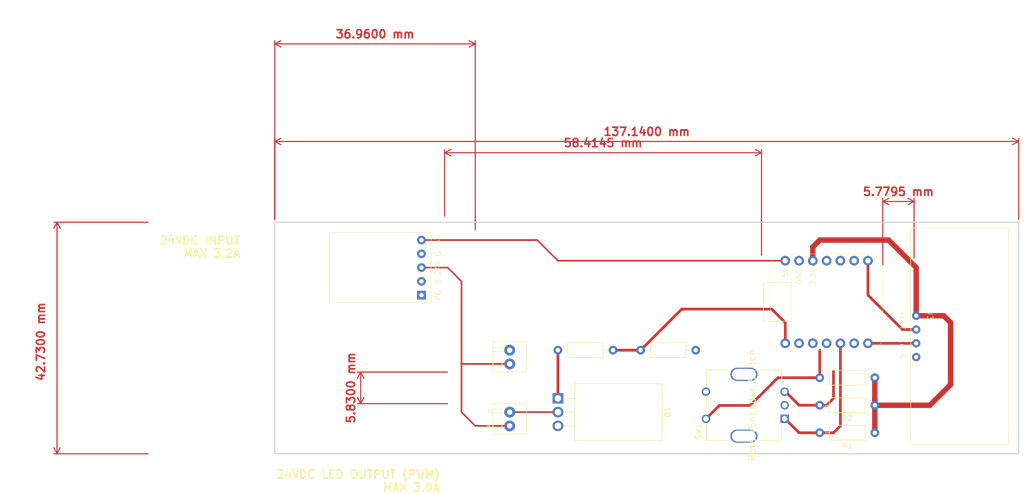
<source format=kicad_pcb>
(kicad_pcb (version 20240108) (generator "pcbnew") (generator_version "8.0")
  (layers (0 "F.Cu" signal) (31 "B.Cu" signal) (34 "B.Paste" user) (35 "F.Paste" user) (36 "B.SilkS" user "B.Silkscreen") (37 "F.SilkS" user "F.Silkscreen") (38 "B.Mask" user) (39 "F.Mask" user) (44 "Edge.Cuts" user))
  (net 0 "")
  (net 1 "/+24V")
  (net 2 "Net-(J2-Pin_2)")
  (net 3 "Net-(J3-Vcc)")
  (net 4 "Net-(Pololu_5V_1-VOUT_5V)")
  (net 6 "Net-(U1-GPIO_9)")
  (net 7 "Net-(Q1-G)")
  (net 8 "Net-(SW1-S1)")
  (net 11 "Net-(U1-GPIO_18)")
  (net 13 "Net-(U1-GPIO_7)")
  (net 15 "Net-(J3-ECHO)")
  (net 16 "Net-(J3-TRIG)")
  (net 17 "<NO NET>")
  (footprint "Resistor_THT:R_Axial_DIN0207_L6.3mm_D2.5mm_P10.16mm_Horizontal" (layer "F.Cu") (at 238.76 111.76 180)
    (property "Reference" "R1" (at 5.08 -2.37 0) (layer "F.SilkS"))
    (property "Value" "10K")
    (fp_line (start 9.12 0) (end 8.35 0) (stroke (width 0.12)) (layer "F.SilkS"))
    (fp_line (start 8.35 1.37) (end 8.35 -1.37) (stroke (width 0.12)) (layer "F.SilkS"))
    (fp_line (start 8.35 -1.37) (end 1.81 -1.37) (stroke (width 0.12)) (layer "F.SilkS"))
    (fp_line (start 1.81 1.37) (end 8.35 1.37) (stroke (width 0.12)) (layer "F.SilkS"))
    (fp_line (start 1.81 -1.37) (end 1.81 1.37) (stroke (width 0.12)) (layer "F.SilkS"))
    (fp_line (start 1.04 0) (end 1.81 0) (stroke (width 0.12)) (layer "F.SilkS"))
    (pad "1" thru_hole circle (at 0 0 180) (size 1.6 1.6) (drill 0.8) (layers "*.Cu" "*.Mask") (net 3 "Net-(J3-Vcc)"))
    (pad "2" thru_hole oval (at 10.16 0 180) (size 1.6 1.6) (drill 0.8) (layers "*.Cu" "*.Mask") (net 13 "Net-(U1-GPIO_7)"))
  )
  (footprint "Resistor_THT:R_Axial_DIN0207_L6.3mm_D2.5mm_P10.16mm_Horizontal" (layer "F.Cu") (at 195.58 96.52)
    (property "Reference" "R4" (hide yes))
    (property "Value" "10K" (hide yes))
    (fp_line (start 1.04 0) (end 1.81 0) (stroke (width 0.12)) (layer "F.SilkS"))
    (fp_line (start 1.81 -1.37) (end 1.81 1.37) (stroke (width 0.12)) (layer "F.SilkS"))
    (fp_line (start 1.81 1.37) (end 8.35 1.37) (stroke (width 0.12)) (layer "F.SilkS"))
    (fp_line (start 8.35 -1.37) (end 1.81 -1.37) (stroke (width 0.12)) (layer "F.SilkS"))
    (fp_line (start 8.35 1.37) (end 8.35 -1.37) (stroke (width 0.12)) (layer "F.SilkS"))
    (fp_line (start 9.12 0) (end 8.35 0) (stroke (width 0.12)) (layer "F.SilkS"))
    (pad "1" thru_hole circle (at 0 0) (size 1.6 1.6) (drill 0.8) (layers "*.Cu" "*.Mask") (net 11 "Net-(U1-GPIO_18)"))
    (pad "2" thru_hole oval (at 10.16 0) (size 1.6 1.6) (drill 0.8) (layers "*.Cu" "*.Mask") (net 17 "<NO NET>"))
  )
  (footprint "user:AdafruitQTPyEsp32S3" (layer "F.Cu") (at 222.25 95.25 90)
    (property "Reference" "U1" (hide yes))
    (property "Value" "~" (hide yes))
    (fp_line (start 1.27 -2.7305) (end 13.97 -2.7305) (stroke (width 0.05)) (layer "F.SilkS"))
    (fp_line (start 16.51 -0.1905) (end 16.51 15.4305) (stroke (width 0.05)) (layer "F.SilkS"))
    (fp_line (start -1.27 15.4305) (end -1.27 -0.1905) (stroke (width 0.05)) (layer "F.SilkS"))
    (fp_line (start 13.97 17.9705) (end 1.27 17.9705) (stroke (width 0.05)) (layer "F.SilkS"))
    (fp_rect (start 4.064 -4.0005) (end 11.176 1.0795) (stroke (width 0.1)) (fill none) (layer "F.SilkS"))
    (fp_arc (start 13.97 -2.7305) (mid 15.766051 -1.986551) (end 16.51 -0.1905) (stroke (width 0.05)) (layer "F.SilkS"))
    (fp_arc (start -1.27 -0.1905) (mid -0.526051 -1.986551) (end 1.27 -2.7305) (stroke (width 0.05)) (layer "F.SilkS"))
    (fp_arc (start 16.51 15.4305) (mid 15.766051 17.226551) (end 13.97 17.9705) (stroke (width 0.05)) (layer "F.SilkS"))
    (fp_arc (start 1.27 17.9705) (mid -0.526051 17.226551) (end -1.27 15.4305) (stroke (width 0.05)) (layer "F.SilkS"))
    (fp_text user "3.3V" (at 13.97 5.08 90) (layer "F.SilkS") (effects (font (thickness 0.1)) (justify right)))
    (fp_text user "5V" (at 13.97 0 90) (layer "F.SilkS") (effects (font (thickness 0.1)) (justify right)))
    (fp_text user "GND" (at 13.97 2.54 90) (layer "F.SilkS") (effects (font (thickness 0.1)) (justify right)))
    (pad "1" thru_hole circle (at 0 0 90) (size 1.778 1.778) (drill 1) (layers "*.Cu" "*.Mask") (net 11 "Net-(U1-GPIO_18)"))
    (pad "2" thru_hole circle (at 0 2.54 90) (size 1.778 1.778) (drill 1) (layers "*.Cu" "*.Mask"))
    (pad "3" thru_hole circle (at 0 5.08 90) (size 1.778 1.778) (drill 1) (layers "*.Cu" "*.Mask") (net 6 "Net-(U1-GPIO_9)"))
    (pad "4" thru_hole circle (at 0 7.62 90) (size 1.778 1.778) (drill 1) (layers "*.Cu" "*.Mask"))
    (pad "5" thru_hole circle (at 0 10.16 90) (size 1.778 1.778) (drill 1) (layers "*.Cu" "*.Mask") (net 13 "Net-(U1-GPIO_7)"))
    (pad "6" thru_hole circle (at 0 12.7 90) (size 1.778 1.778) (drill 1) (layers "*.Cu" "*.Mask"))
    (pad "7" thru_hole circle (at 0 15.24 90) (size 1.778 1.778) (drill 1) (layers "*.Cu" "*.Mask") (net 15 "Net-(J3-ECHO)"))
    (pad "8" thru_hole circle (at 15.24 15.24 270) (size 1.778 1.778) (drill 1) (layers "*.Cu" "*.Mask") (net 16 "Net-(J3-TRIG)"))
    (pad "9" thru_hole circle (at 15.24 12.7 270) (size 1.778 1.778) (drill 1) (layers "*.Cu" "*.Mask"))
    (pad "10" thru_hole circle (at 15.24 10.16 270) (size 1.778 1.778) (drill 1) (layers "*.Cu" "*.Mask") (net 8 "Net-(SW1-S1)"))
    (pad "11" thru_hole circle (at 15.24 7.62 270) (size 1.778 1.778) (drill 1) (layers "*.Cu" "*.Mask"))
    (pad "12" thru_hole circle (at 15.24 5.08 270) (size 1.778 1.778) (drill 1) (layers "*.Cu" "*.Mask") (net 3 "Net-(J3-Vcc)"))
    (pad "13" thru_hole circle (at 15.24 2.54 270) (size 1.778 1.778) (drill 1) (layers "*.Cu" "*.Mask") (net 17 "<NO NET>"))
    (pad "14" thru_hole circle (at 15.24 0 270) (size 1.778 1.778) (drill 1) (layers "*.Cu" "*.Mask") (net 4 "Net-(Pololu_5V_1-VOUT_5V)"))
  )
  (footprint "user:Bourns-PEC11R-4220F-S0024-0-0-0" (layer "F.Cu") (at 214.63 106.68 90)
    (property "Reference" "SW1" (at -6.5 -8.35 90) (layer "F.SilkS") (effects (justify left)))
    (property "Value" "RotaryEncoder_Switch" (at 0 1.5 90) (layer "F.SilkS") (effects (font (size 1.27 1.27))))
    (fp_line (start 3.65 -6.95) (end 6.5 -6.95) (stroke (width 0.15)) (layer "F.SilkS"))
    (fp_line (start -1.35 -6.95) (end 1.35 -6.95) (stroke (width 0.15)) (layer "F.SilkS"))
    (fp_line (start -6.5 -6.95) (end -3.65 -6.95) (stroke (width 0.15)) (layer "F.SilkS"))
    (fp_line (start 6.5 -2.875) (end 6.5 -6.95) (stroke (width 0.15)) (layer "F.SilkS"))
    (fp_line (start -6.5 -2.875) (end -6.5 -6.95) (stroke (width 0.15)) (layer "F.SilkS"))
    (fp_line (start 6.5 6.95) (end 6.5 2.875) (stroke (width 0.15)) (layer "F.SilkS"))
    (fp_line (start 3.65 6.95) (end 6.5 6.95) (stroke (width 0.15)) (layer "F.SilkS"))
    (fp_line (start 1.15 6.95) (end 1.35 6.95) (stroke (width 0.15)) (layer "F.SilkS"))
    (fp_line (start -1.35 6.95) (end -1.15 6.95) (stroke (width 0.15)) (layer "F.SilkS"))
    (fp_line (start -6.5 6.95) (end -6.5 2.875) (stroke (width 0.15)) (layer "F.SilkS"))
    (fp_line (start -6.5 6.95) (end -3.65 6.95) (stroke (width 0.15)) (layer "F.SilkS"))
    (fp_circle (center -4.6 7.7) (end -4.475 7.7) (stroke (width 0.25)) (fill none) (layer "F.SilkS"))
    (pad "" thru_hole roundrect (at -5.7 0 90) (size 2.4 5) (drill oval 2 4.4) (layers "*.Cu" "*.Mask") (roundrect_rratio 0.5))
    (pad "" thru_hole roundrect (at 5.7 0 90) (size 2.4 5) (drill oval 2 4.4) (layers "*.Cu" "*.Mask") (roundrect_rratio 0.5))
    (pad "1" thru_hole circle (at -2.5 -7 90) (size 1.55 1.55) (drill 1) (layers "*.Cu" "*.Mask") (net 8 "Net-(SW1-S1)"))
    (pad "2" thru_hole circle (at 2.5 -7 90) (size 1.55 1.55) (drill 1) (layers "*.Cu" "*.Mask") (net 17 "<NO NET>"))
    (pad "A" thru_hole rect (at -2.5 7.5 90) (size 1.55 1.55) (drill 1) (layers "*.Cu" "*.Mask") (net 13 "Net-(U1-GPIO_7)"))
    (pad "B" thru_hole circle (at 2.5 7.5 90) (size 1.55 1.55) (drill 1) (layers "*.Cu" "*.Mask") (net 6 "Net-(U1-GPIO_9)"))
    (pad "C" thru_hole circle (at 0 7.5 90) (size 1.55 1.55) (drill 1) (layers "*.Cu" "*.Mask") (net 17 "<NO NET>"))
  )
  (footprint "Resistor_THT:R_Axial_DIN0207_L6.3mm_D2.5mm_P10.16mm_Horizontal" (layer "F.Cu") (at 238.76 106.68 180)
    (property "Reference" "R2" (at 5.08 -2.37 0) (layer "F.SilkS"))
    (property "Value" "10K")
    (fp_line (start 9.12 0) (end 8.35 0) (stroke (width 0.12)) (layer "F.SilkS"))
    (fp_line (start 8.35 1.37) (end 8.35 -1.37) (stroke (width 0.12)) (layer "F.SilkS"))
    (fp_line (start 8.35 -1.37) (end 1.81 -1.37) (stroke (width 0.12)) (layer "F.SilkS"))
    (fp_line (start 1.81 1.37) (end 8.35 1.37) (stroke (width 0.12)) (layer "F.SilkS"))
    (fp_line (start 1.81 -1.37) (end 1.81 1.37) (stroke (width 0.12)) (layer "F.SilkS"))
    (fp_line (start 1.04 0) (end 1.81 0) (stroke (width 0.12)) (layer "F.SilkS"))
    (pad "1" thru_hole circle (at 0 0 180) (size 1.6 1.6) (drill 0.8) (layers "*.Cu" "*.Mask") (net 3 "Net-(J3-Vcc)"))
    (pad "2" thru_hole oval (at 10.16 0 180) (size 1.6 1.6) (drill 0.8) (layers "*.Cu" "*.Mask") (net 6 "Net-(U1-GPIO_9)"))
  )
  (footprint "user:RCWL-1601" (layer "F.Cu") (at 246.38 90.17 -90)
    (property "Reference" "J3" (at 0 -2.54 -90) (layer "F.SilkS") (effects (font (thickness 0.1))))
    (property "Value" "Screw_Terminal_HCSR04")
    (fp_rect (start -16.19 -17) (end 23.81 1) (stroke (width 0.1)) (fill none) (layer "F.SilkS"))
    (fp_text user "Tr" (at 2.54 2.54 -90) (layer "F.SilkS") (effects (font (thickness 0.1))))
    (fp_text user "G" (at 7.62 2.54 -90) (layer "F.SilkS") (effects (font (thickness 0.1))))
    (fp_text user "Ec" (at 5.08 2.54 -90) (layer "F.SilkS") (effects (font (thickness 0.1))))
    (fp_text user "Vc" (at 0 2.54 -90) (layer "F.SilkS") (effects (font (thickness 0.1))))
    (pad "1" thru_hole circle (at 0 0 270) (size 1.524 1.524) (drill 0.762) (layers "*.Cu" "*.Mask") (net 3 "Net-(J3-Vcc)"))
    (pad "2" thru_hole circle (at 2.54 0 270) (size 1.524 1.524) (drill 0.762) (layers "*.Cu" "*.Mask") (net 16 "Net-(J3-TRIG)"))
    (pad "3" thru_hole circle (at 5.08 0 270) (size 1.524 1.524) (drill 0.762) (layers "*.Cu" "*.Mask") (net 15 "Net-(J3-ECHO)"))
    (pad "4" thru_hole circle (at 7.62 0 270) (size 1.524 1.524) (drill 0.762) (layers "*.Cu" "*.Mask") (net 17 "<NO NET>"))
  )
  (footprint "user:Pololu_5V_H" (layer "F.Cu") (at 155.185 81.28 90)
    (property "Reference" "Pololu_5V_1" (hide yes))
    (property "Value" "~" (hide yes))
    (fp_rect (start -6.5 -17) (end 6.5 1.762) (stroke (width 0.1)) (fill none) (layer "F.SilkS"))
    (fp_text user "PG" (at -5.08 3.048 90) (layer "F.SilkS") (effects (font (thickness 0.1))))
    (fp_text user "5V" (at 5.08 3.048 90) (layer "F.SilkS") (effects (font (thickness 0.1))))
    (fp_text user "G" (at 2.54 3.048 90) (layer "F.SilkS") (effects (font (thickness 0.1))))
    (fp_text user "S" (at -2.54 3.048 90) (layer "F.SilkS") (effects (font (thickness 0.1))))
    (fp_text user "24V" (at 0 3.048 90) (layer "F.SilkS") (effects (font (thickness 0.1))))
    (pad "1" thru_hole rect (at -5.08 0 90) (size 1.6 1.6) (drill 0.8) (layers "*.Cu" "*.Mask"))
    (pad "2" thru_hole circle (at -2.54 0 90) (size 1.6 1.6) (drill 0.8) (layers "*.Cu" "*.Mask"))
    (pad "3" thru_hole circle (at 0 0 90) (size 1.6 1.6) (drill 0.8) (layers "*.Cu" "*.Mask") (net 1 "/+24V"))
    (pad "4" thru_hole circle (at 2.54 0 90) (size 1.6 1.6) (drill 0.8) (layers "*.Cu" "*.Mask") (net 17 "<NO NET>"))
    (pad "5" thru_hole circle (at 5.08 0 90) (size 1.6 1.6) (drill 0.8) (layers "*.Cu" "*.Mask") (net 4 "Net-(Pololu_5V_1-VOUT_5V)"))
  )
  (footprint "user:TO-220F-3_H_Heatsink" (layer "F.Cu") (at 180.34 105.41 -90)
    (property "Reference" "Q1" (at 2.54 -20.22 90) (layer "F.SilkS"))
    (property "Value" "IRLB8721PBF")
    (fp_line (start -2.71 -3.11) (end 7.79 -3.11) (stroke (width 0.12)) (layer "F.SilkS"))
    (fp_line (start 0 -3.11) (end 0 -1.15) (stroke (width 0.12)) (layer "F.SilkS"))
    (fp_line (start 2.54 -3.11) (end 2.54 -1.15) (stroke (width 0.12)) (layer "F.SilkS"))
    (fp_line (start 5.08 -3.11) (end 5.08 -1.15) (stroke (width 0.12)) (layer "F.SilkS"))
    (fp_line (start -2.71 -19.22) (end -2.71 -3.11) (stroke (width 0.12)) (layer "F.SilkS"))
    (fp_line (start -2.71 -19.22) (end 7.79 -19.22) (stroke (width 0.12)) (layer "F.SilkS"))
    (fp_line (start 7.79 -19.22) (end 7.79 -3.11) (stroke (width 0.12)) (layer "F.SilkS"))
    (pad "1" thru_hole rect (at 0 0 270) (size 1.905 2) (drill 1.2) (layers "*.Cu" "*.Mask") (net 7 "Net-(Q1-G)"))
    (pad "2" thru_hole oval (at 2.54 0 270) (size 1.905 2) (drill 1.2) (layers "*.Cu" "*.Mask") (net 2 "Net-(J2-Pin_2)"))
    (pad "3" thru_hole oval (at 5.08 0 270) (size 1.905 2) (drill 1.2) (layers "*.Cu" "*.Mask") (net 17 "<NO NET>"))
  )
  (footprint "user:2xTermBlock_254mm" (layer "F.Cu") (at 171.45 99.06 90)
    (property "Reference" "J1" (hide yes))
    (property "Value" "Screw_Terminal_01x02" (hide yes))
    (fp_rect (start 2.3 -3.1) (end 3.1 -1.4) (stroke (width 0.1)) (fill none) (layer "F.SilkS"))
    (fp_rect (start -0.4 -3.1) (end 0.4 -1.4) (stroke (width 0.1)) (fill none) (layer "F.SilkS"))
    (fp_rect (start -1.5 -3.1) (end 4.1 3.1) (stroke (width 0.1)) (fill none) (layer "F.SilkS"))
    (pad "1" thru_hole circle (at 0 0 90) (size 2 2) (drill 1) (layers "*.Cu" "*.Mask") (net 1 "/+24V"))
    (pad "2" thru_hole circle (at 2.54 0 90) (size 2 2) (drill 1) (layers "*.Cu" "*.Mask") (net 17 "<NO NET>"))
  )
  (footprint "Resistor_THT:R_Axial_DIN0207_L6.3mm_D2.5mm_P10.16mm_Horizontal" (layer "F.Cu") (at 190.5 96.52 180)
    (property "Reference" "R5" (hide yes))
    (property "Value" "47" (hide yes))
    (fp_line (start 9.12 0) (end 8.35 0) (stroke (width 0.12)) (layer "F.SilkS"))
    (fp_line (start 8.35 1.37) (end 8.35 -1.37) (stroke (width 0.12)) (layer "F.SilkS"))
    (fp_line (start 8.35 -1.37) (end 1.81 -1.37) (stroke (width 0.12)) (layer "F.SilkS"))
    (fp_line (start 1.81 1.37) (end 8.35 1.37) (stroke (width 0.12)) (layer "F.SilkS"))
    (fp_line (start 1.81 -1.37) (end 1.81 1.37) (stroke (width 0.12)) (layer "F.SilkS"))
    (fp_line (start 1.04 0) (end 1.81 0) (stroke (width 0.12)) (layer "F.SilkS"))
    (pad "1" thru_hole circle (at 0 0 180) (size 1.6 1.6) (drill 0.8) (layers "*.Cu" "*.Mask") (net 11 "Net-(U1-GPIO_18)"))
    (pad "2" thru_hole oval (at 10.16 0 180) (size 1.6 1.6) (drill 0.8) (layers "*.Cu" "*.Mask") (net 7 "Net-(Q1-G)"))
  )
  (footprint "user:2xTermBlock_254mm" (layer "F.Cu") (at 171.45 110.49 90)
    (property "Reference" "J2" (hide yes))
    (property "Value" "Screw_Terminal_01x02" (hide yes))
    (fp_rect (start 2.3 -3.1) (end 3.1 -1.4) (stroke (width 0.1)) (fill none) (layer "F.SilkS"))
    (fp_rect (start -0.4 -3.1) (end 0.4 -1.4) (stroke (width 0.1)) (fill none) (layer "F.SilkS"))
    (fp_rect (start -1.5 -3.1) (end 4.1 3.1) (stroke (width 0.1)) (fill none) (layer "F.SilkS"))
    (fp_text user "-" (at 2.667 -3.4 90) (layer "F.SilkS") (effects (font (thickness 0.1)) (justify bottom)))
    (fp_text user "+" (at 0 -3.409 90) (layer "F.SilkS") (effects (font (thickness 0.1)) (justify bottom)))
    (pad "1" thru_hole circle (at 0 0 90) (size 2 2) (drill 1) (layers "*.Cu" "*.Mask") (net 1 "/+24V"))
    (pad "2" thru_hole circle (at 2.54 0 90) (size 2 2) (drill 1) (layers "*.Cu" "*.Mask") (net 2 "Net-(J2-Pin_2)"))
  )
  (footprint "Resistor_THT:R_Axial_DIN0207_L6.3mm_D2.5mm_P10.16mm_Horizontal" (layer "F.Cu") (at 238.76 101.6 180)
    (property "Reference" "R3" (hide yes))
    (property "Value" "10K")
    (fp_line (start 9.12 0) (end 8.35 0) (stroke (width 0.12)) (layer "F.SilkS"))
    (fp_line (start 8.35 1.37) (end 8.35 -1.37) (stroke (width 0.12)) (layer "F.SilkS"))
    (fp_line (start 8.35 -1.37) (end 1.81 -1.37) (stroke (width 0.12)) (layer "F.SilkS"))
    (fp_line (start 1.81 1.37) (end 8.35 1.37) (stroke (width 0.12)) (layer "F.SilkS"))
    (fp_line (start 1.81 -1.37) (end 1.81 1.37) (stroke (width 0.12)) (layer "F.SilkS"))
    (fp_line (start 1.04 0) (end 1.81 0) (stroke (width 0.12)) (layer "F.SilkS"))
    (pad "1" thru_hole circle (at 0 0 180) (size 1.6 1.6) (drill 0.8) (layers "*.Cu" "*.Mask") (net 3 "Net-(J3-Vcc)"))
    (pad "2" thru_hole oval (at 10.16 0 180) (size 1.6 1.6) (drill 0.8) (layers "*.Cu" "*.Mask") (net 8 "Net-(SW1-S1)"))
  )
  (gr_rect (start 128.14 72.91) (end 265.28 115.64) (stroke (width 0.2)) (fill none) (layer "Edge.Cuts"))
  (gr_text "24VDC INPUT\nMAX 3.2A" (at 121.92 77.47 0) (layer "F.SilkS") (effects (font (size 1.5 1.5) (thickness 0.3) (bold yes)) (justify right)))
  (gr_text "24VDC LED OUTPUT (PWM)\nMAX 3.0A" (at 158.75 120.65 0) (layer "F.SilkS") (effects (font (size 1.5 1.5) (thickness 0.3) (bold yes)) (justify right)))
  (dimension (type orthogonal) (layer "F.Cu") (pts (xy 128.14 72.91) (xy 165.1 74.82)) (height -32.91) (orientation 0) (gr_text "36.9600 mm" (at 146.62 38.2 0) (layer "F.Cu") (effects (font (size 1.5 1.5) (thickness 0.3)))) (format (prefix "") (suffix "") (units 3) (units_format 1) (precision 4)) (style (thickness 0.2) (arrow_length 1.27) (text_position_mode 0) (extension_height 0.58642) (extension_offset 0.5) keep_text_aligned))
  (dimension (type orthogonal) (layer "F.Cu") (pts (xy 159.455 72.28) (xy 217.8695 79.5)) (height -12.2) (orientation 0) (gr_text "58.4145 mm" (at 188.66225 58.28 0) (layer "F.Cu") (effects (font (size 1.5 1.5) (thickness 0.3)))) (format (prefix "") (suffix "") (units 3) (units_format 1) (precision 4)) (style (thickness 0.2) (arrow_length 1.27) (text_position_mode 0) (extension_height 0.58642) (extension_offset 0.5) keep_text_aligned))
  (dimension (type orthogonal) (layer "F.Cu") (pts (xy 128.14 72.91) (xy 265.28 72.91)) (height -14.91) (orientation 0) (gr_text "137.1400 mm" (at 196.71 56.2 0) (layer "F.Cu") (effects (font (size 1.5 1.5) (thickness 0.3)))) (format (prefix "") (suffix "") (units 3) (units_format 1) (precision 4)) (style (thickness 0.2) (arrow_length 1.27) (text_position_mode 0) (extension_height 0.58642) (extension_offset 0.5) keep_text_aligned))
  (dimension (type orthogonal) (layer "F.Cu") (pts (xy 240.2205 81.28) (xy 246 80)) (height -12.2) (orientation 0) (gr_text "5.7795 mm" (at 243.11025 67.28 0) (layer "F.Cu") (effects (font (size 1.5 1.5) (thickness 0.3)))) (format (prefix "") (suffix "") (units 3) (units_format 1) (precision 4)) (style (thickness 0.2) (arrow_length 1.27) (text_position_mode 0) (extension_height 0.58642) (extension_offset 0.5) keep_text_aligned))
  (dimension (type orthogonal) (layer "F.Cu") (pts (xy 105.28 72.91) (xy 105.28 115.64)) (height -17.28) (orientation 1) (gr_text "42.7300 mm" (at 85 94.955 90) (layer "F.Cu") (effects (font (size 1.5 1.5) (thickness 0.3)))) (format (prefix "") (suffix "") (units 3) (units_format 1) (precision 4)) (style (thickness 0.2) (arrow_length 1.27) (text_position_mode 2) (extension_height 0.58642) (extension_offset 0.5) keep_text_aligned))
  (dimension (type orthogonal) (layer "F.Cu") (pts (xy 160.485 100.56) (xy 160.485 106.39)) (height -16.51) (orientation 1) (gr_text "5.8300 mm" (at 142.175 103.475 90) (layer "F.Cu") (effects (font (size 1.5 1.5) (thickness 0.3)))) (format (prefix "") (suffix "") (units 3) (units_format 1) (precision 4)) (style (thickness 0.2) (arrow_length 1.27) (text_position_mode 0) (extension_height 0.58642) (extension_offset 0.5) keep_text_aligned))
  (segment (start 162.56 83.82) (end 162.56 96.52) (width 0.3) (layer "F.Cu") (net 1))
  (segment (start 162.56 99.06) (end 162.56 96.52) (width 0.3) (layer "F.Cu") (net 1))
  (segment (start 165.1 110.49) (end 162.56 107.95) (width 0.3) (layer "F.Cu") (net 1))
  (segment (start 171.45 110.49) (end 165.1 110.49) (width 0.3) (layer "F.Cu") (net 1))
  (segment (start 162.56 107.95) (end 162.56 99.06) (width 0.3) (layer "F.Cu") (net 1))
  (segment (start 160.02 81.28) (end 162.56 83.82) (width 0.3) (layer "F.Cu") (net 1))
  (segment (start 171.45 99.06) (end 162.56 99.06) (width 0.3) (layer "F.Cu") (net 1))
  (segment (start 155.185 81.28) (end 160.02 81.28) (width 0.3) (layer "F.Cu") (net 1))
  (segment (start 171.45 107.95) (end 180.34 107.95) (width 0.3) (layer "F.Cu") (net 2))
  (segment (start 227.33 77.47) (end 228.6 76.2) (width 1) (layer "F.Cu") (net 3))
  (segment (start 252.73 102.87) (end 248.92 106.68) (width 1) (layer "F.Cu") (net 3))
  (segment (start 252.73 91.44) (end 252.73 102.87) (width 1) (layer "F.Cu") (net 3))
  (segment (start 227.33 80.01) (end 227.33 77.47) (width 1) (layer "F.Cu") (net 3))
  (segment (start 246.38 81.28) (end 246.38 90.17) (width 1) (layer "F.Cu") (net 3))
  (segment (start 246.38 90.17) (end 251.46 90.17) (width 1) (layer "F.Cu") (net 3))
  (segment (start 238.76 101.6) (end 238.76 106.68) (width 1) (layer "F.Cu") (net 3))
  (segment (start 241.3 76.2) (end 246.38 81.28) (width 1) (layer "F.Cu") (net 3))
  (segment (start 238.76 105.41) (end 238.76 111.76) (width 1) (layer "F.Cu") (net 3))
  (segment (start 228.6 76.2) (end 241.3 76.2) (width 1) (layer "F.Cu") (net 3))
  (segment (start 248.92 106.68) (end 238.76 106.68) (width 1) (layer "F.Cu") (net 3))
  (segment (start 251.46 90.17) (end 252.73 91.44) (width 1) (layer "F.Cu") (net 3))
  (segment (start 180.34 80.01) (end 176.53 76.2) (width 0.3) (layer "F.Cu") (net 4))
  (segment (start 176.53 76.2) (end 155.185 76.2) (width 0.3) (layer "F.Cu") (net 4))
  (segment (start 222.25 80.01) (end 180.34 80.01) (width 0.3) (layer "F.Cu") (net 4))
  (segment (start 229.87 106.68) (end 231.14 105.41) (width 0.5) (layer "F.Cu") (net 6))
  (segment (start 224.79 106.68) (end 228.6 106.68) (width 0.5) (layer "F.Cu") (net 6))
  (segment (start 222.25 104.14) (end 224.79 106.68) (width 0.5) (layer "F.Cu") (net 6))
  (segment (start 228.6 106.68) (end 229.87 106.68) (width 0.5) (layer "F.Cu") (net 6))
  (segment (start 231.14 105.41) (end 231.14 100.33) (width 0.5) (layer "F.Cu") (net 6))
  (segment (start 180.34 105.41) (end 180.34 96.52) (width 0.5) (layer "F.Cu") (net 7))
  (segment (start 215.78 106.72) (end 220.9 101.6) (width 0.5) (layer "F.Cu") (net 8))
  (segment (start 228.6 101.6) (end 228.6 96.489) (width 0.5) (layer "F.Cu") (net 8))
  (segment (start 220.9 101.6) (end 228.6 101.6) (width 0.5) (layer "F.Cu") (net 8))
  (segment (start 210.09 106.72) (end 215.78 106.72) (width 0.5) (layer "F.Cu") (net 8))
  (segment (start 207.63 109.18) (end 210.09 106.72) (width 0.5) (layer "F.Cu") (net 8))
  (segment (start 195.58 96.52) (end 203.2 88.9) (width 0.5) (layer "F.Cu") (net 11))
  (segment (start 222.25 91.44) (end 222.25 95.25) (width 0.5) (layer "F.Cu") (net 11))
  (segment (start 203.18 88.92) (end 203.2 88.94) (width 0.5) (layer "F.Cu") (net 11))
  (segment (start 219.75 88.94) (end 222.25 91.44) (width 0.5) (layer "F.Cu") (net 11))
  (segment (start 203.2 88.94) (end 219.75 88.94) (width 0.5) (layer "F.Cu") (net 11))
  (segment (start 190.5 96.52) (end 195.58 96.52) (width 0.5) (layer "F.Cu") (net 11))
  (segment (start 228.6 111.76) (end 231.14 111.76) (width 0.5) (layer "F.Cu") (net 13))
  (segment (start 231.14 111.76) (end 232.41 110.49) (width 0.5) (layer "F.Cu") (net 13))
  (segment (start 224.79 111.76) (end 228.6 111.76) (width 0.5) (layer "F.Cu") (net 13))
  (segment (start 232.41 110.49) (end 232.41 95.25) (width 0.5) (layer "F.Cu") (net 13))
  (segment (start 222.17 109.14) (end 224.79 111.76) (width 0.5) (layer "F.Cu") (net 13))
  (segment (start 246.38 95.25) (end 237.49 95.25) (width 0.5) (layer "F.Cu") (net 15))
  (segment (start 237.49 86.36) (end 237.49 80.01) (width 0.5) (layer "F.Cu") (net 16))
  (segment (start 243.84 92.71) (end 237.49 86.36) (width 0.5) (layer "F.Cu") (net 16))
  (segment (start 246.38 92.71) (end 243.84 92.71) (width 0.5) (layer "F.Cu") (net 16))
)
</source>
